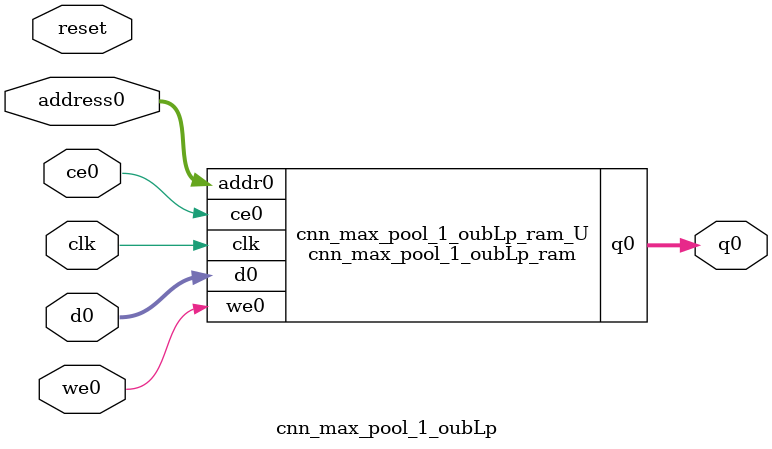
<source format=v>
`timescale 1 ns / 1 ps
module cnn_max_pool_1_oubLp_ram (addr0, ce0, d0, we0, q0,  clk);

parameter DWIDTH = 14;
parameter AWIDTH = 4;
parameter MEM_SIZE = 16;

input[AWIDTH-1:0] addr0;
input ce0;
input[DWIDTH-1:0] d0;
input we0;
output reg[DWIDTH-1:0] q0;
input clk;

(* ram_style = "distributed" *)reg [DWIDTH-1:0] ram[0:MEM_SIZE-1];




always @(posedge clk)  
begin 
    if (ce0) 
    begin
        if (we0) 
        begin 
            ram[addr0] <= d0; 
        end 
        q0 <= ram[addr0];
    end
end


endmodule

`timescale 1 ns / 1 ps
module cnn_max_pool_1_oubLp(
    reset,
    clk,
    address0,
    ce0,
    we0,
    d0,
    q0);

parameter DataWidth = 32'd14;
parameter AddressRange = 32'd16;
parameter AddressWidth = 32'd4;
input reset;
input clk;
input[AddressWidth - 1:0] address0;
input ce0;
input we0;
input[DataWidth - 1:0] d0;
output[DataWidth - 1:0] q0;



cnn_max_pool_1_oubLp_ram cnn_max_pool_1_oubLp_ram_U(
    .clk( clk ),
    .addr0( address0 ),
    .ce0( ce0 ),
    .we0( we0 ),
    .d0( d0 ),
    .q0( q0 ));

endmodule


</source>
